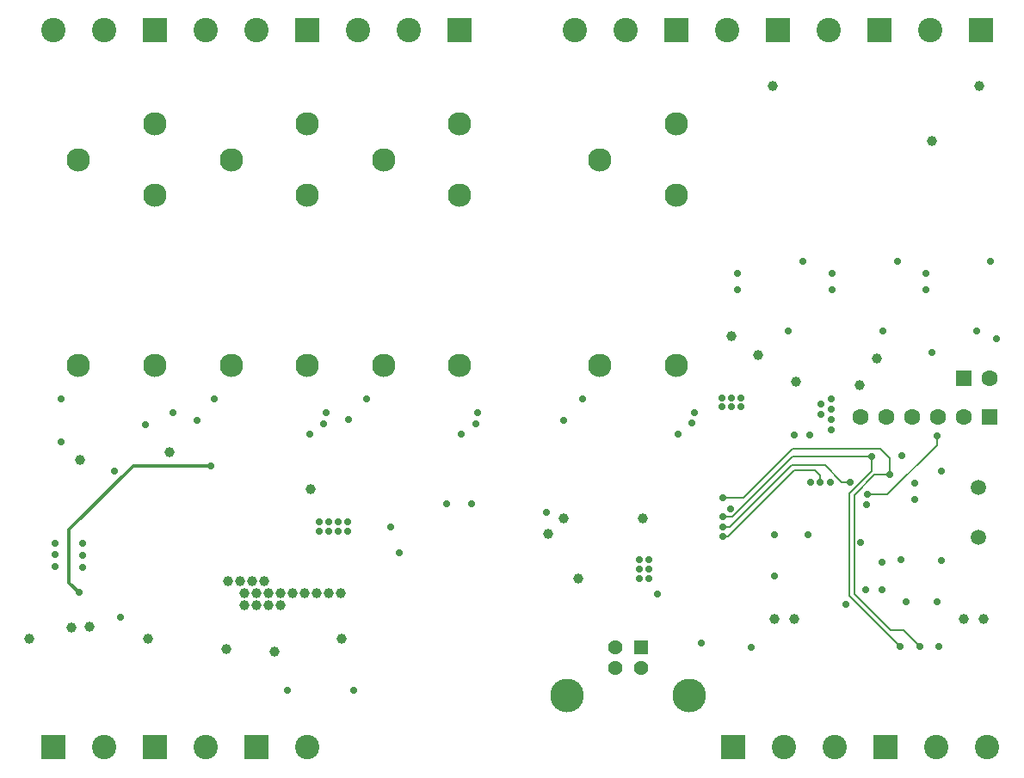
<source format=gbl>
G04*
G04 #@! TF.GenerationSoftware,Altium Limited,Altium Designer,22.10.1 (41)*
G04*
G04 Layer_Physical_Order=4*
G04 Layer_Color=16711680*
%FSLAX43Y43*%
%MOMM*%
G71*
G04*
G04 #@! TF.SameCoordinates,12196C2A-3433-47B0-B4A9-8DE0C645B0E6*
G04*
G04*
G04 #@! TF.FilePolarity,Positive*
G04*
G01*
G75*
%ADD14C,0.200*%
%ADD74C,1.000*%
%ADD76C,0.300*%
%ADD79C,2.300*%
%ADD80C,3.316*%
%ADD81C,1.428*%
%ADD82R,1.428X1.428*%
%ADD83C,1.600*%
%ADD84R,1.600X1.600*%
%ADD85C,1.500*%
%ADD86C,2.400*%
%ADD87R,2.400X2.400*%
%ADD88C,0.700*%
D14*
X27112Y-6651D02*
X34904D01*
X21163Y-12600D02*
X27112Y-6651D01*
X32675Y-10313D02*
X34904Y-8084D01*
Y-6651D01*
X32675Y-20414D02*
Y-10313D01*
X20925Y-13585D02*
X26974Y-7536D01*
X30261D02*
X31914Y-9188D01*
X26974Y-7536D02*
X30261D01*
X29265Y-8017D02*
X29794Y-8546D01*
X20742Y-14518D02*
X27243Y-8017D01*
X29265D01*
X31914Y-9188D02*
X32794D01*
X27084Y-5898D02*
X35698D01*
X20239Y-10761D02*
X22222D01*
X27084Y-5898D01*
X20239Y-13585D02*
X20925D01*
X20239Y-14535D02*
X20256Y-14518D01*
X20742D01*
X20239Y-12600D02*
X21163D01*
X29794Y-9188D02*
Y-8546D01*
X35698Y-5898D02*
X36627Y-6827D01*
X32675Y-20414D02*
X37645Y-25383D01*
X33141Y-20244D02*
X36697Y-23800D01*
X33141Y-10437D02*
X35141Y-8437D01*
X33141Y-20244D02*
Y-10437D01*
X36697Y-23800D02*
X38000D01*
X39583Y-25383D01*
X35141Y-8437D02*
X36627D01*
X34470Y-10417D02*
X36424D01*
X41300Y-5541D01*
X36627Y-8437D02*
Y-6827D01*
X41300Y-5541D02*
Y-4600D01*
D74*
X-19711Y-20147D02*
D03*
X-17342D02*
D03*
X-17252Y-24596D02*
D03*
X12359Y-12797D02*
D03*
X4579D02*
D03*
X3082Y-14299D02*
D03*
X27444Y695D02*
D03*
X33650Y375D02*
D03*
X35425Y3000D02*
D03*
X23723Y3350D02*
D03*
X21100Y5200D02*
D03*
X-23906Y-25846D02*
D03*
X5994Y-18700D02*
D03*
X-20325Y-9875D02*
D03*
X-42092Y-23422D02*
D03*
X-43890Y-23504D02*
D03*
X-42980Y-7037D02*
D03*
X-23263Y-21331D02*
D03*
X-24932Y-18963D02*
D03*
X-18526Y-20147D02*
D03*
X-20895D02*
D03*
X-22079D02*
D03*
X-23263D02*
D03*
X-24447D02*
D03*
Y-21331D02*
D03*
X-25632D02*
D03*
Y-20147D02*
D03*
X-26816Y-21331D02*
D03*
Y-20147D02*
D03*
X-26116Y-18963D02*
D03*
X-27300D02*
D03*
X-28484D02*
D03*
X-28630Y-25658D02*
D03*
X-47992Y-24589D02*
D03*
X-36313Y-24592D02*
D03*
X-34217Y-6263D02*
D03*
X45867Y-22648D02*
D03*
X43900Y-22667D02*
D03*
X27267Y-22648D02*
D03*
X25300Y-22667D02*
D03*
X40761Y24393D02*
D03*
X45438Y29821D02*
D03*
X25138D02*
D03*
D76*
X-44091Y-19125D02*
X-43138Y-20077D01*
X-44091Y-19125D02*
Y-13892D01*
X-37749Y-7551D01*
X-30129D01*
D79*
X8151Y2286D02*
D03*
X15651D02*
D03*
X8151Y22586D02*
D03*
X15651Y19086D02*
D03*
Y26086D02*
D03*
X-5651Y26086D02*
D03*
Y19086D02*
D03*
X-13151Y22586D02*
D03*
X-5651Y2286D02*
D03*
X-13151D02*
D03*
X-28151D02*
D03*
X-20651D02*
D03*
X-28151Y22586D02*
D03*
X-20651Y19086D02*
D03*
Y26086D02*
D03*
X-35651D02*
D03*
Y19086D02*
D03*
X-43151Y22586D02*
D03*
X-35651Y2286D02*
D03*
X-43151D02*
D03*
D80*
X16925Y-30165D02*
D03*
X4885D02*
D03*
D81*
X12155Y-27455D02*
D03*
X9655D02*
D03*
Y-25455D02*
D03*
D82*
X12155D02*
D03*
D83*
X33780Y-2742D02*
D03*
X36320D02*
D03*
X38860D02*
D03*
X41400D02*
D03*
X43940D02*
D03*
X46487Y1068D02*
D03*
D84*
X46480Y-2742D02*
D03*
X43947Y1068D02*
D03*
D85*
X45413Y-14587D02*
D03*
Y-9707D02*
D03*
D86*
X46251Y-35300D02*
D03*
X41251D02*
D03*
X-20651Y-35300D02*
D03*
X26251Y-35300D02*
D03*
X31251D02*
D03*
X-30651Y-35300D02*
D03*
X-40651D02*
D03*
X5651Y35300D02*
D03*
X10651D02*
D03*
X40651Y35300D02*
D03*
X-45651D02*
D03*
X-40651D02*
D03*
X30651D02*
D03*
X20651D02*
D03*
X-30651D02*
D03*
X-25651D02*
D03*
X-10651D02*
D03*
X-15651D02*
D03*
D87*
X36251Y-35300D02*
D03*
X-25651Y-35300D02*
D03*
X21251Y-35300D02*
D03*
X-35651Y-35300D02*
D03*
X-45651D02*
D03*
X15651Y35300D02*
D03*
X45651Y35300D02*
D03*
X-35651D02*
D03*
X35651D02*
D03*
X25651D02*
D03*
X-20651D02*
D03*
X-5651D02*
D03*
D88*
X25282Y-14363D02*
D03*
X13790Y-20166D02*
D03*
X18095Y-25027D02*
D03*
X-12423Y-13576D02*
D03*
X2903Y-12197D02*
D03*
X-11614Y-16126D02*
D03*
X28804Y-4539D02*
D03*
X27213Y-4548D02*
D03*
X34904Y-6651D02*
D03*
X12956Y-18660D02*
D03*
X12056D02*
D03*
X12956Y-17727D02*
D03*
X12056D02*
D03*
Y-16793D02*
D03*
X12956D02*
D03*
X29794Y-9188D02*
D03*
X32794D02*
D03*
X33788Y-15106D02*
D03*
X34470Y-10417D02*
D03*
X34400Y-11400D02*
D03*
X37645Y-25383D02*
D03*
X39583D02*
D03*
X21000Y-11800D02*
D03*
X39071Y-9316D02*
D03*
X36627Y-8437D02*
D03*
X20239Y-14535D02*
D03*
Y-13585D02*
D03*
Y-12600D02*
D03*
Y-10761D02*
D03*
X41300Y-4600D02*
D03*
X30794Y-9188D02*
D03*
X28894D02*
D03*
X28582Y-14394D02*
D03*
X29900Y-2500D02*
D03*
Y-1500D02*
D03*
X30900Y-4000D02*
D03*
Y-3000D02*
D03*
Y-2000D02*
D03*
Y-1000D02*
D03*
X21976Y-1773D02*
D03*
Y-873D02*
D03*
X21043Y-1773D02*
D03*
Y-873D02*
D03*
X20110D02*
D03*
Y-1773D02*
D03*
X40801Y3600D02*
D03*
X32304Y-21248D02*
D03*
X47150Y4972D02*
D03*
X41750Y-8114D02*
D03*
X37800Y-6600D02*
D03*
X38225Y-20975D02*
D03*
X41285Y-20985D02*
D03*
X37774Y-16850D02*
D03*
X41734Y-16875D02*
D03*
X39102Y-10918D02*
D03*
X35878Y-19755D02*
D03*
Y-17055D02*
D03*
X34278Y-19755D02*
D03*
X25283Y-18434D02*
D03*
X-19500Y-13100D02*
D03*
Y-14000D02*
D03*
X-18567Y-13100D02*
D03*
Y-14000D02*
D03*
X4600Y-3100D02*
D03*
X-16600Y-3000D02*
D03*
X-6977Y-11300D02*
D03*
X-4500D02*
D03*
X-4113Y-3433D02*
D03*
X-19097Y-3449D02*
D03*
X-17633Y-14000D02*
D03*
Y-13100D02*
D03*
X-16700Y-14000D02*
D03*
Y-13100D02*
D03*
X17406Y-2300D02*
D03*
X-3900Y-2300D02*
D03*
X-18820D02*
D03*
X-33900D02*
D03*
X-42791Y-15245D02*
D03*
Y-16395D02*
D03*
Y-17545D02*
D03*
X-45500Y-17500D02*
D03*
Y-16350D02*
D03*
Y-15200D02*
D03*
X17211Y-3382D02*
D03*
X-39048Y-22502D02*
D03*
X-43138Y-20077D02*
D03*
X-36571Y-3569D02*
D03*
X-30129Y-7551D02*
D03*
X-31504Y-3113D02*
D03*
X41517Y-25383D02*
D03*
X23017Y-25433D02*
D03*
X-22603Y-29721D02*
D03*
X-16123Y-29721D02*
D03*
X-20383Y-4449D02*
D03*
X30966Y11385D02*
D03*
Y9734D02*
D03*
X35956Y5742D02*
D03*
X37378Y12555D02*
D03*
X45170Y5734D02*
D03*
X46592Y12547D02*
D03*
X40181Y11376D02*
D03*
Y9726D02*
D03*
X21681D02*
D03*
Y11376D02*
D03*
X28092Y12547D02*
D03*
X-39642Y-8089D02*
D03*
X-14845Y-959D02*
D03*
X15830Y-4432D02*
D03*
X26670Y5734D02*
D03*
X-44845Y-959D02*
D03*
Y-5259D02*
D03*
X-29845Y-959D02*
D03*
X-5483Y-4449D02*
D03*
X6456Y-959D02*
D03*
M02*

</source>
